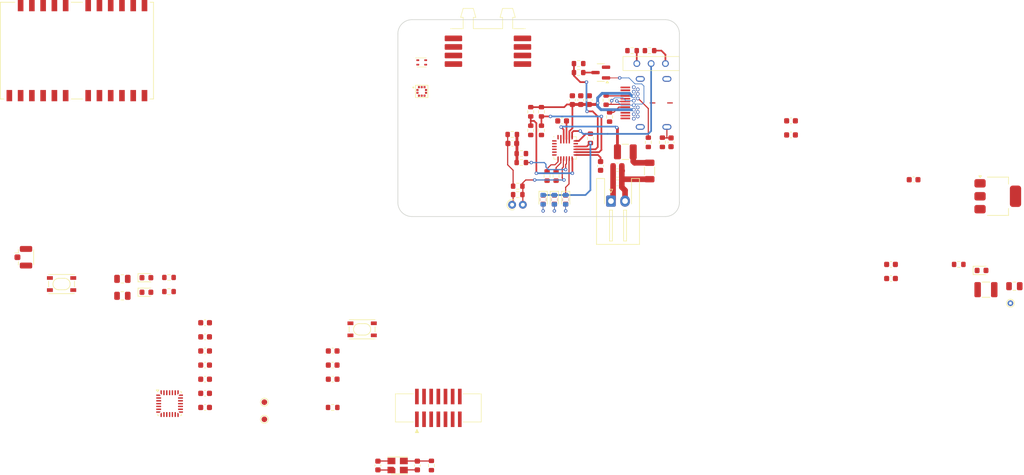
<source format=kicad_pcb>
(kicad_pcb (version 20241229) (generator "pcbnew") (generator_version "9.0")
  (layers (0 "F.Cu" signal) (2 "B.Cu" signal) (13 "F.Paste" user) (15 "B.Paste" user) (5 "F.SilkS" user "F.Silkscreen") (7 "B.SilkS" user "B.Silkscreen") (1 "F.Mask" user) (3 "B.Mask" user) (25 "Edge.Cuts" user))
  (net 0 "")
  (net 1 "GND")
  (net 2 "/connector/USB.VBUS")
  (net 3 "+5V")
  (net 4 "Net-(C5-Pad2)")
  (net 5 "Net-(U1-TMR)")
  (net 6 "/connector/BATT")
  (net 7 "+3V3")
  (net 8 "Net-(J1-SHIELD)")
  (net 9 "/MCU/RCC_OSC_IN")
  (net 10 "Net-(C24-Pad1)")
  (net 11 "/MCU/NRST")
  (net 12 "Net-(D1-K)")
  (net 13 "Net-(D1-A)")
  (net 14 "Net-(D2-K)")
  (net 15 "Net-(D2-A)")
  (net 16 "Net-(D3-A)")
  (net 17 "Net-(D3-K)")
  (net 18 "/connector/USB.D+")
  (net 19 "Net-(J1-CC1)")
  (net 21 "Net-(J1-CC2)")
  (net 22 "/connector/USB.D-")
  (net 24 "/MCU/SYS.SWCLK")
  (net 25 "/MCU/SYS.SWDIO")
  (net 30 "/MCU/USART1.RX")
  (net 31 "/MCU/USART1.TX")
  (net 34 "Net-(J4-In)")
  (net 35 "Net-(U1-SW)")
  (net 36 "Net-(U1-CSP)")
  (net 37 "Net-(Q1-D)")
  (net 38 "Net-(U1-PWIN)")
  (net 39 "Net-(U1-REG)")
  (net 40 "Net-(U1-ILIM)")
  (net 41 "/power/VCCpm")
  (net 42 "Net-(U1-EN)")
  (net 43 "Net-(U1-FB)")
  (net 44 "Net-(U1-OLIM)")
  (net 45 "Net-(U1-ISET)")
  (net 46 "/power/NTC")
  (net 47 "Net-(RLED1-A)")
  (net 48 "/MCU/RCC_OSC_OUT")
  (net 49 "Net-(SW1-A)")
  (net 50 "Net-(RLED2-A)")
  (net 51 "Net-(SW1-C)")
  (net 52 "Net-(YLED1-A)")
  (net 53 "Net-(U7-RX_INDICATE)")
  (net 54 "Net-(U7-TX_INDICATE)")
  (net 55 "/radio/RST")
  (net 56 "/connector/EN_power")
  (net 57 "Net-(U4-VOUT)")
  (net 60 "/MCU/I2C1.SDA")
  (net 61 "/MCU/I2C1.SCL")
  (net 68 "/MCU/USART2.RX")
  (net 70 "/MCU/USART2.RTS")
  (net 71 "/MCU/USART2.CTS")
  (net 75 "/MCU/USART2.TX")
  (net 76 "/MCU/~{DATA_IND}")
  (footprint "Resistor_SMD:R_0603_1608Metric" (layer "F.Cu") (at 132.1 72.8 180)
    (property "Reference" "R8" (hide yes))
    (property "Value" "90.9K" (hide yes))
  )
  (footprint "Resistor_SMD:R_0603_1608Metric" (layer "F.Cu") (at 123.6 81.375 90)
    (property "Reference" "R6" (hide yes))
    (property "Value" "15K" (hide yes))
  )
  (footprint "Capacitor_SMD:C_0603_1608Metric" (layer "F.Cu") (at 103.46 144.261 -90)
    (property "Reference" "C24" (hide yes))
    (property "Value" "13p" (hide yes))
  )
  (footprint "Capacitor_SMD:C_0603_1608Metric" (layer "F.Cu") (at 65.765 123.9)
    (property "Reference" "C21" (hide yes))
    (property "Value" "0.1u" (hide yes))
  )
  (footprint "Capacitor_SMD:C_0603_1608Metric" (layer "F.Cu") (at 88.425 128.92)
    (property "Reference" "C27" (hide yes))
    (property "Value" "0.1u" (hide yes))
  )
  (footprint "MountingHole:MountingHole_2.2mm_M2" (layer "F.Cu") (at 147.5 67.5)
    (property "Reference" "H1" (hide yes))
    (property "Value" "MountingHole" (hide yes))
  )
  (footprint "Resistor_SMD:R_0603_1608Metric" (layer "F.Cu") (at 134.2 86.1 -90)
    (property "Reference" "R7" (hide yes))
    (property "Value" "2.1K" (hide yes))
  )
  (footprint "Capacitor_SMD:C_0603_1608Metric" (layer "F.Cu") (at 65.765 133.94)
    (property "Reference" "C22" (hide yes))
    (property "Value" "0.1u" (hide yes))
  )
  (footprint "Capacitor_SMD:C_0603_1608Metric" (layer "F.Cu") (at 65.765 128.92)
    (property "Reference" "C20" (hide yes))
    (property "Value" "0.1u" (hide yes))
  )
  (footprint "Capacitor_SMD:C_0805_2012Metric" (layer "F.Cu") (at 51.075 111.08)
    (property "Reference" "C28" (hide yes))
    (property "Value" "47u" (hide yes))
  )
  (footprint "Resistor_SMD:R_0603_1608Metric" (layer "F.Cu") (at 120.325 85.4)
    (property "Reference" "R10" (hide yes))
    (property "Value" "31.6K" (hide yes))
  )
  (footprint "Capacitor_SMD:C_0603_1608Metric" (layer "F.Cu") (at 132.4825 79.3 90)
    (property "Reference" "C2" (hide yes))
    (property "Value" "10uF" (hide yes))
  )
  (footprint "TTR:USB_C_Receptacle_WE_632723300011_hand" (layer "F.Cu") (at 151.23 79.8 90)
    (property "Reference" "J1" (hide yes))
    (property "Value" "USB_C_Receptacle_USB2.0_16P" (hide yes))
  )
  (footprint "MountingHole:MountingHole_2.2mm_M2" (layer "F.Cu") (at 102.5 67.5)
    (property "Reference" "H3" (hide yes))
    (property "Value" "MountingHole" (hide yes))
  )
  (footprint "TTR:2511020213301" (layer "F.Cu") (at 104.24 77.75)
    (property "Reference" "U3" (hide yes))
    (property "Value" "2511020213301" (hide yes))
  )
  (footprint "TTR:WE-CFPX-180" (layer "F.Cu") (at 99.96 144.261)
    (property "Reference" "Y1" (hide yes))
    (property "Value" "830108313809" (hide yes))
  )
  (footprint "Connector_JST:JST_XH_S2B-XH-A-1_1x02_P2.50mm_Horizontal" (layer "F.Cu") (at 137.85 97.25)
    (property "Reference" "J3" (hide yes))
    (property "Value" "BATT" (hide yes))
  )
  (footprint "Capacitor_SMD:C_0603_1608Metric" (layer "F.Cu") (at 139 94 180)
    (property "Reference" "C10" (hide yes))
    (property "Value" "10uF" (hide yes))
  )
  (footprint "LED_SMD:LED_0603_1608Metric" (layer "F.Cu") (at 55.345 110.87)
    (property "Reference" "RLED2" (hide yes))
    (property "Value" "RX" (hide yes))
  )
  (footprint "Resistor_THT:R_Axial_DIN0204_L3.6mm_D1.6mm_P1.90mm_Vertical" (layer "F.Cu") (at 120.295 97.9)
    (property "Reference" "TH1" (hide yes))
    (property "Value" "10K" (hide yes))
  )
  (footprint "Capacitor_SMD:C_0805_2012Metric" (layer "F.Cu") (at 51.075 114.09)
    (property "Reference" "C29" (hide yes))
    (property "Value" "47u" (hide yes))
  )
  (footprint "Capacitor_SMD:C_0603_1608Metric" (layer "F.Cu") (at 136 91 -90)
    (property "Reference" "C6" (hide yes))
    (property "Value" "100nF" (hide yes))
  )
  (footprint "TTR:434123025826" (layer "F.Cu") (at 40.275 112)
    (property "Reference" "SW3" (hide yes))
    (property "Value" "434123025826" (hide yes))
  )
  (footprint "Resistor_SMD:R_0603_1608Metric" (layer "F.Cu") (at 121.925 90.4)
    (property "Reference" "R9" (hide yes))
    (property "Value" "0" (hide yes))
  )
  (footprint "Resistor_SMD:R_0603_1608Metric" (layer "F.Cu") (at 144.7 70.5 180)
    (property "Reference" "R25" (hide yes))
    (property "Value" "2.1K" (hide yes))
  )
  (footprint "TestPoint:TestPoint_Pad_D1.0mm" (layer "F.Cu") (at 76.295 133)
    (property "Reference" "TP3" (hide yes))
    (property "Value" "Pressure Vout" (hide yes))
  )
  (footprint "LED_SMD:LED_0603_1608Metric" (layer "F.Cu") (at 129.8 97 -90)
    (property "Reference" "D2" (hide yes))
    (property "Value" "BLED" (hide yes))
  )
  (footprint "Capacitor_SMD:C_0805_2012Metric" (layer "F.Cu") (at 209.495 112.379)
    (property "Reference" "C12" (hide yes))
    (property "Value" "1uF 16V" (hide yes))
  )
  (footprint "Capacitor_SMD:C_0603_1608Metric" (layer "F.Cu") (at 169.825 85.49)
    (property "Reference" "C17" (hide yes))
    (property "Value" "0.1u" (hide yes))
  )
  (footprint "Capacitor_SMD:C_0603_1608Metric" (layer "F.Cu") (at 65.765 131.43)
    (property "Reference" "C19" (hide yes))
    (property "Value" "4.7u" (hide yes))
  )
  (footprint "Capacitor_SMD:C_0603_1608Metric" (layer "F.Cu") (at 191.595 93.449)
    (property "Reference" "C9" (hide yes))
    (property "Value" "22uF" (hide yes))
  )
  (footprint "TTR:switch_450301014042" (layer "F.Cu") (at 144.9825 72.8)
    (property "Reference" "SW1" (hide yes))
    (property "Value" "SW_SPDT" (hide yes))
  )
  (footprint "Resistor_SMD:R_0603_1608Metric" (layer "F.Cu") (at 199.615 108.509)
    (property "Reference" "R20" (hide yes))
    (property "Value" "2.7K" (hide yes))
  )
  (footprint "Package_TO_SOT_SMD:SOT-23" (layer "F.Cu") (at 136.0375 74.4 180)
    (property "Reference" "Q1" (hide yes))
    (property "Value" "2N7002" (hide yes))
  )
  (footprint "Resistor_SMD:R_0603_1608Metric" (layer "F.Cu") (at 123.6 84.675 90)
    (property "Reference" "R3" (hide yes))
    (property "Value" "5.1K" (hide yes))
  )
  (footprint "Capacitor_SMD:C_0603_1608Metric" (layer "F.Cu") (at 148.5125 86.8 -90)
    (property "Reference" "C15" (hide yes))
    (property "Value" "4.7n" (hide yes))
  )
  (footprint "Resistor_SMD:R_0603_1608Metric" (layer "F.Cu") (at 59.355 113.34)
    (property "Reference" "R29" (hide yes))
    (property "Value" "374" (hide yes))
  )
  (footprint "Resistor_SMD:R_0603_1608Metric" (layer "F.Cu") (at 105.96 144.261 -90)
    (property "Reference" "R26" (hide yes))
    (property "Value" "0" (hide yes))
  )
  (footprint "Capacitor_SMD:C_0603_1608Metric" (layer "F.Cu") (at 65.765 121.39)
    (property "Reference" "C18" (hide yes))
    (property "Value" "0.1u" (hide yes))
  )
  (footprint "Capacitor_SMD:C_0603_1608Metric" (layer "F.Cu") (at 88.425 126.41)
    (property "Reference" "C26" (hide yes))
    (property "Value" "4.7u" (hide yes))
  )
  (footprint "Capacitor_SMD:C_0603_1608Metric" (layer "F.Cu") (at 139 92.49 180)
    (property "Reference" "C11" (hide yes))
    (property "Value" "10uF" (hide yes))
  )
  (footprint "TestPoint:TestPoint_Pad_D1.0mm" (layer "F.Cu") (at 76.295 136.05)
    (property "Reference" "TP2" (hide yes))
    (property "Value" "GND" (hide yes))
  )
  (footprint "LED_SMD:LED_0603_1608Metric" (layer "F.Cu") (at 203.665 109.579)
    (property "Reference" "RLED1" (hide yes))
    (property "Value" "3.3V" (hide yes))
  )
  (footprint "Capacitor_SMD:C_1210_3225Metric" (layer "F.Cu") (at 204.445 112.999)
    (property "Reference" "C14" (hide yes))
    (property "Value" "4.7u_50V_we" (hide yes))
  )
  (footprint "TTR:2607011111000" (layer "F.Cu") (at 43 70)
    (property "Reference" "U7" (hide yes))
    (property "Value" "2607011111000" (hide yes))
  )
  (footprint "LED_SMD:LED_0603_1608Metric" (layer "F.Cu") (at 127.8 97 -90)
    (property "Reference" "D3" (hide yes))
    (property "Value" "GLED" (hide yes))
  )
  (footprint "Capacitor_SMD:C_0603_1608Metric" (layer "F.Cu") (at 65.765 118.88)
    (property "Reference" "C16" (hide yes))
    (property "Value" "4.7u" (hide yes))
  )
  (footprint "Resistor_SMD:R_0603_1608Metric" (layer "F.Cu") (at 144.4825 86.8 90)
    (property "Reference" "R22" (hide yes))
    (property "Value" "5.1k" (hide yes))
  )
  (footprint "Resistor_SMD:R_0603_1608Metric" (layer "F.Cu") (at 88.425 133.94)
    (property "Reference" "R27" (hide yes))
    (property "Value" "10k" (hide yes))
  )
  (footprint "Capacitor_SMD:C_0603_1608Metric" (layer "F.Cu") (at 139 91 180)
    (property "Reference" "C13" (hide yes))
    (property "Value" "22uF" (hide yes))
  )
  (footprint "TestPoint:TestPoint_THTPad_D1.0mm_Drill0.5mm" (layer "F.Cu") (at 208.795 115.409)
    (property "Reference" "TP1" (hide yes))
    (property "Value" "TestPoint" (hide yes))
  )
  (footprint "Resistor_SMD:R_0603_1608Metric" (layer "F.Cu") (at 128.1 92.8 -90)
    (property "Reference" "R13" (hide yes))
    (property "Value" "120K" (hide yes))
  )
  (footprint "Resistor_SMD:R_0603_1608Metric" (layer "F.Cu") (at 132.1 74.4 180)
    (property "Reference" "R4" (hide yes))
    (property "Value" "45.3K" (hide yes))
  )
  (footprint "Resistor_SMD:R_0603_1608Metric" (layer "F.Cu") (at 121.295 96.095)
    (property "Reference" "R14" (hide yes))
    (property "Value" "10K" (hide yes))
  )
  (footprint "TTR:2513130810102_hand" (layer "F.Cu") (at 116 70.6 180)
    (property "Reference" "U4" (hide yes))
    (property "Value" "2513130810102" (hide yes))
  )
  (footprint "TTR:MP2637(QFN-24-4x4mm)" (layer "F.Cu") (at 129.7 87.8)
    (property "Reference" "U1" (hide yes))
    (property "Value" "MP2637GR-P" (hide yes))
  )
  (footprint "TTR:62731420621" (layer "F.Cu") (at 107.19 134.02)
    (property "Reference" "J2" (hide yes))
    (property "Value" "LOG_DEBUG" (hide yes))
  )
  (footprint "Package_TO_SOT_SMD:SOT-223-3_TabPin2" (layer "F.Cu") (at 206.545 96.394)
    (property "Reference" "U2" (hide yes))
    (property "Value" "LDL1117S33R" (hide yes))
  )
  (footprint "Capacitor_SMD:C_0603_1608Metric" (layer "F.Cu") (at 169.825 82.98)
    (property "Reference" "C16" (hide yes))
    (property "Value" "1u" (hide yes))
  )
  (footprint "Capacitor_SMD:C_0603_1608Metric" (layer "F.Cu") (at 187.585 111.019)
    (property "Reference" "C8" (hide yes))
    (property "Value" "10uF" (hide yes))
  )
  (footprint "Resistor_SMD:R_0603_1608Metric" (layer "F.Cu") (at 146.9825 86.8 -90)
    (property "Reference" "R21" (hide yes))
    (property "Value" "1M" (hide yes))
  )
  (footprint "Capacitor_SMD:C_0603_1608Metric" (layer "F.Cu") (at 96.46 144.261 90)
    (property "Reference" "C23" (hide yes))
    (property "Value" "13p" (hide yes))
  )
  (footprint "Package_DFN_QFN:QFN-28_4x4mm_P0.5mm" (layer "F.Cu") (at 59.46 133.261)
    (property "Reference" "U6" (hide yes))
    (property "Value" "STM32F042G6Ux" (hide yes))
  )
  (footprint "MountingHole:MountingHole_2.2mm_M2" (layer "F.Cu") (at 147.5 97.5)
    (property "Reference" "H4" (hide yes))
    (property "Value" "MountingHole" (hide yes))
  )
  (footprint "Resistor_SMD:R_0603_1608Metric" (layer "F.Cu") (at 141.6 70.5)
    (property "Reference" "R24" (hide yes))
    (property "Value" "2.1K" (hide yes))
  )
  (footprint "Capacitor_SMD:C_0603_1608Metric" (layer "F.Cu") (at 129.175 83 180)
    (property "Reference" "C4" (hide yes))
    (property "Value" "10uF" (hide yes))
  )
  (footprint "Resistor_SMD:R_0603_1608Metric" (layer "F.Cu") (at 125.5 84.675 90)
    (property "Reference" "R2" (hide yes))
    (property "Value" "5.1K" (hide yes))
  )
  (footprint "Capacitor_SMD:C_0603_1608Metric" (layer "F.Cu") (at 130.9925 79.3 90)
    (property "Reference" "C1" (hide yes))
    (property "Value" "22uF" (hide yes))
  )
  (footprint "LED_SMD:LED_0603_1608Metric" (layer "F.Cu") (at 55.345 113.46)
    (property "Reference" "YLED1" (hide yes))
    (property "Value" "TX" (hide yes))
  )
  (footprint "Capacitor_SMD:C_0603_1608Metric" (layer "F.Cu") (at 120.325 87)
    (property "Reference" "C5" (hide yes))
    (property "Value" "120pF" (hide yes))
  )
  (footprint "Resistor_SMD:R_0603_1608Metric" (layer "F.Cu") (at 136.9825 79.3 90)
    (property "Reference" "R1" (hide yes))
    (property "Value" "5.1K" (hide yes))
  )
  (footprint "Connector_Coaxial:U.FL_Hirose_U.FL-R-SMT-1_Vertical" (layer "F.Cu") (at 33.485 107.236)
    (property "Reference" "J4" (hide yes))
    (property "Value" "RF" (hide yes))
  )
  (footprint "Resistor_SMD:R_0603_1608Metric" (layer "F.Cu") (at 137.6 82.3 90)
    (property "Reference" "R23" (hide yes))
    (property "Value" "5.1k" (hide yes))
  )
  (footprint "TTR:434123025826" (layer "F.Cu") (at 93.655 120.05)
    (property "Reference" "SW2" (hide yes))
    (property "Value" "434123025826" (hide yes))
  )
  (footprint "Capacitor_SMD:C_0603_1608Metric" (layer "F.Cu") (at 133.9925 79.3 90)
    (property "Reference" "C3" (hide yes))
    (property "Value" "10uF" (hide yes))
  )
  (footprint "Inductor_SMD:L_1210_3225Metric" (layer "F.Cu") (at 140.4 88.5)
    (property "Reference" "L1" (hide yes))
    (property "Value" "2.2uH" (hide yes))
  )
  (footprint "Resistor_SMD:R_0603_1608Metric" (layer "F.Cu") (at 121.295 94.6 180)
    (property "Reference" "R16" (hide yes))
    (property "Value" "10K" (hide yes))
  )
  (footprint "MountingHole:MountingHole_2.2mm_M2" (layer "F.Cu") (at 102.5 97.5)
    (property "Reference" "H2" (hide yes))
    (property "Value" "MountingHole" (hide yes))
  )
  (footprint "Resistor_SMD:R_0603_1608Metric" (layer "F.Cu") (at 59.355 110.83)
    (property "Reference" "R28" (hide yes))
    (property "Value" "287" (hide yes))
  )
  (footprint "TTR:2525020210002" (layer "F.Cu") (at 104.24 72.6)
    (property "Reference" "U5" (hide yes))
    (property "Value" "2525020210002" (hide yes))
  )
  (footprint "Resistor_SMD:R_0603_1608Metric" (layer "F.Cu") (at 121.925 88.8)
    (property "Reference" "R11" (hide yes))
    (property "Value" "10K" (hide yes))
  )
  (footprint "Capacitor_SMD:C_0603_1608Metric" (layer "F.Cu") (at 187.585 108.509)
    (property "Reference" "C7" (hide yes))
    (property "Value" "10uF" (hide yes))
  )
  (footprint "Capacitor_SMD:C_0603_1608Metric" (layer "F.Cu") (at 88.425 123.9)
    (property "Reference" "C25" (hide yes))
    (property "Value" "1u" (hide yes))
  )
  (footprint "Resistor_SMD:R_0603_1608Metric" (layer "F.Cu") (at 126.5 92.8 -90)
    (property "Reference" "R12" (hide yes))
    (property "Value" "57.6K" (hide yes))
  )
  (footprint "Resistor_SMD:R_0603_1608Metric" (layer "F.Cu") (at 125.5 81.375 90)
    (property "Reference" "R5" (hide yes))
    (property "Value" "23.7K" (hide yes))
  )
  (footprint "Resistor_SMD:R_1206_3216Metric" (layer "F.Cu") (at 144.7 91.9 -90)
    (property "Reference" "R15" (hide yes))
    (property "Value" "20m" (hide yes))
  )
  (footprint "LED_SMD:LED_0603_1608Metric" (layer "F.Cu") (at 125.8 97 -90)
    (property "Reference" "D1" (hide yes))
    (property "Value" "YLED" (hide yes))
  )
  (footprint "Capacitor_SMD:C_0603_1608Metric" (layer "F.Cu") (at 65.765 126.41)
    (property "Reference" "C17" (hide yes))
    (property "Value" "4.7u" (hide yes))
  )
  (footprint "Resistor_SMD:R_0603_1608Metric" (layer "B.Cu") (at 127.8 97 90)
    (property "Reference" "R19" (hide yes))
    (property "Value" "2.7K" (hide yes))
  )
  (footprint "Resistor_SMD:R_0603_1608Metric" (layer "B.Cu") (at 125.8 97 90)
    (property "Reference" "R17" (hide yes))
    (property "Value" "845" (hide yes))
  )
  (footprint "Resistor_SMD:R_0603_1608Metric" (layer "B.Cu") (at 129.8 97 90)
    (property "Reference" "R18" (hide yes))
    (property "Value" "1.2K" (hide yes))
  )
  (gr_arc (start 102.5 100) (mid 100.732233 99.267767) (end 100 97.5) (stroke (width 0.12)) (layer "Edge.Cuts"))
  (gr_line (start 100 67.5) (end 100 97.5) (stroke (width 0.12)) (layer "Edge.Cuts"))
  (gr_arc (start 150 97.5) (mid 149.267767 99.267767) (end 147.5 100) (stroke (width 0.12)) (layer "Edge.Cuts"))
  (gr_line (start 150 97.5) (end 150 67.5) (stroke (width 0.12)) (layer "Edge.Cuts"))
  (gr_line (start 102.5 100) (end 147.5 100) (stroke (width 0.12)) (layer "Edge.Cuts"))
  (gr_arc (start 100 67.5) (mid 100.732233 65.732233) (end 102.5 65) (stroke (width 0.12)) (layer "Edge.Cuts"))
  (gr_line (start 147.5 65) (end 102.5 65) (stroke (width 0.12)) (layer "Edge.Cuts"))
  (gr_arc (start 147.5 65) (mid 149.267767 65.732233) (end 150 67.5) (stroke (width 0.12)) (layer "Edge.Cuts"))
  (segment (start 96.485 143.461) (end 96.46 143.486) (width 0.2) (layer "F.Cu") (net 1))
  (segment (start 98.86 143.461) (end 96.485 143.461) (width 0.2) (layer "F.Cu") (net 1))
  (segment (start 138.225 96.875) (end 137.85 97.25) (width 1) (layer "F.Cu") (net 1))
  (segment (start 120.47 97.725) (end 120.295 97.9) (width 0.2) (layer "F.Cu") (net 1))
  (segment (start 138.225 91) (end 138.225 96.875) (width 1) (layer "F.Cu") (net 1))
  (segment (start 101.085 145.036) (end 101.06 145.061) (width 0.2) (layer "F.Cu") (net 1))
  (segment (start 120.47 96.095) (end 120.47 97.725) (width 0.2) (layer "F.Cu") (net 1))
  (segment (start 103.46 145.036) (end 101.085 145.036) (width 0.2) (layer "F.Cu") (net 1))
  (segment (start 131 84.299) (end 131 80.0825) (width 0.3) (layer "F.Cu") (net 2))
  (segment (start 123.6 80.55) (end 129.55 80.55) (width 0.3) (layer "F.Cu") (net 2))
  (segment (start 141.85 81.05) (end 140.4 81.05) (width 0.2) (layer "F.Cu") (net 2))
  (segment (start 140.4 78.55) (end 141.85 78.55) (width 0.2) (layer "F.Cu") (net 2))
  (segment (start 141.9 81) (end 141.85 81.05) (width 0.2) (layer "F.Cu") (net 2))
  (segment (start 130.025 80.075) (end 130.9925 80.075) (width 0.3) (layer "F.Cu") (net 2))
  (segment (start 131 80.0825) (end 130.9925 80.075) (width 0.3) (layer "F.Cu") (net 2))
  (segment (start 129.55 80.55) (end 130.025 80.075) (width 0.3) (layer "F.Cu") (net 2))
  (segment (start 132.75 80.3425) (end 132.4825 80.075) (width 0.3) (layer "F.Cu") (net 2))
  (segment (start 130.45 84.84148) (end 130.992479 84.299) (width 0.3) (layer "F.Cu") (net 2))
  (segment (start 130.992479 84.299) (end 131 84.299) (width 0.3) (layer "F.Cu") (net 2))
  (segment (start 135.2075 80.075) (end 135.4825 79.8) (width 0.5) (layer "F.Cu") (net 2))
  (segment (start 130.45 86.25) (end 130.45 84.84148) (width 0.3) (layer "F.Cu") (net 2))
  (segment (start 141.85 78.55) (end 141.9 78.6) (width 0.2) (layer "F.Cu") (net 2))
  (segment (start 137.0575 78.55) (end 136.9825 78.475) (width 0.2) (layer "F.Cu") (net 2))
  (segment (start 140.4 78.55) (end 137.0575 78.55) (width 0.2) (layer "F.Cu") (net 2))
  (segment (start 136.9825 78.475) (end 136.6575 78.475) (width 0.2) (layer "F.Cu") (net 2))
  (segment (start 130.9925 80.075) (end 135.2075 80.075) (width 0.5) (layer "F.Cu") (net 2))
  (via (at 135.4825 79.8) (size 0.6) (drill 0.3) (layers "F.Cu" "B.Cu") (net 2))
  (segment (start 141.124 78.12143) (end 141.124 78.1) (width 0.5) (layer "B.Cu") (net 2))
  (segment (start 135.4825 78.9) (end 135.4825 79.8) (width 0.5) (layer "B.Cu") (net 2))
  (segment (start 141.57857 78.576) (end 141.124 78.12143) (width 0.5) (layer "B.Cu") (net 2))
  (segment (start 136.0825 81) (end 135.4825 80.4) (width 0.5) (layer "B.Cu") (net 2))
  (segment (start 136.2825 78.1) (end 135.4825 78.9) (width 0.5) (layer "B.Cu") (net 2))
  (segment (start 141.9 81) (end 136.0825 81) (width 0.5) (layer "B.Cu") (net 2))
  (segment (start 141.9 78.6) (end 141.876 78.576) (width 0.5) (layer "B.Cu") (net 2))
  (segment (start 141.876 78.576) (end 141.57857 78.576) (width 0.5) (layer "B.Cu") (net 2))
  (segment (start 135.4825 80.4) (end 135.4825 79.8) (width 0.5) (layer "B.Cu") (net 2))
  (segment (start 141.124 78.1) (end 136.2825 78.1) (width 0.5) (layer "B.Cu") (net 2))
  (segment (start 120.47 94.6) (end 120.47 91.77) (width 0.2) (layer "F.Cu") (net 3))
  (segment (start 129.95 86.25) (end 129.95 83) (width 0.3) (layer "F.Cu") (net 3))
  (segment (start 120.47 91.77) (end 119.5 90.8) (width 0.2) (layer "F.Cu") (net 3))
  (segment (start 119.5 90.8) (end 119.5 85.4) (width 0.2) (layer "F.Cu") (net 3))
  (segment (start 121.15 90.35) (end 121.1 90.4) (width 0.5) (layer "F.Cu") (net 4))
  (segment (start 121.15 85.4) (end 121.15 90.35) (width 0.5) (layer "F.Cu") (net 4))
  (segment (start 135.55 89.05) (end 131.6 89.05) (width 0.3) (layer "F.Cu") (net 5))
  (segment (start 136 90.225) (end 136 89.5) (width 0.3) (layer "F.Cu") (net 5))
  (segment (start 136 89.5) (end 135.55 89.05) (width 0.3) (layer "F.Cu") (net 5))
  (segment (start 139.775 93.3) (end 139.775 94.775) (width 1) (layer "F.Cu") (net 6))
  (segment (start 140.35 95.35) (end 140.35 97.25) (width 1) (layer "F.Cu") (net 6))
  (segment (start 139.775 94.775) (end 140.35 95.35) (width 1) (layer "F.Cu") (net 6))
  (segment (start 144.7 93.3625) (end 139.8375 93.3625) (width 1) (layer "F.Cu") (net 6))
  (segment (start 139.775 91) (end 139.775 91.8) (width 1) (layer "F.Cu") (net 6))
  (segment (start 139.8375 93.3625) (end 139.775 93.3) (width 1) (layer "F.Cu") (net 6))
  (segment (start 139.8375 91.8625) (end 139.775 91.8) (width 1) (layer "F.Cu") (net 6))
  (segment (start 139.775 91.8) (end 139.775 93.3) (width 1) (layer "F.Cu") (net 6))
  (segment (start 147.78 84.07) (end 147.78 86.0225) (width 0.2) (layer "F.Cu") (net 8))
  (segment (start 147.7825 86.025) (end 147.0325 86.025) (width 0.2) (layer "F.Cu") (net 8))
  (segment (start 147.0325 86.025) (end 146.9825 85.975) (width 0.2) (layer "F.Cu") (net 8))
  (segment (start 147.78 86.0225) (end 147.7825 86.025) (width 0.2) (layer "F.Cu") (net 8))
  (segment (start 148.5125 86.025) (end 147.7825 86.025) (width 0.2) (layer "F.Cu") (net 8))
  (segment (start 98.86 145.061) (end 96.485 145.061) (width 0.2) (layer "F.Cu") (net 9))
  (segment (start 96.485 145.061) (end 96.46 145.036) (width 0.2) (layer "F.Cu") (net 9))
  (segment (start 101.06 143.461) (end 105.935 143.461) (width 0.2) (layer "F.Cu") (net 10))
  (segment (start 105.935 143.461) (end 105.96 143.436) (width 0.2) (layer "F.Cu") (net 10))
  (segment (start 125.8 97.7875) (end 125.8 99) (width 0.127) (layer "F.Cu") (net 13))
  (via (at 125.8 99) (size 0.6) (drill 0.3) (layers "F.Cu" "B.Cu") (net 13))
  (segment (start 125.8 99) (end 125.8 97.825) (width 0.127) (layer "B.Cu") (net 13))
  (segment (start 129.8 94.8) (end 129.8 96.2125) (width 0.2) (layer "F.Cu") (net 14))
  (segment (start 130.399 94.201) (end 129.8 94.8) (width 0.2) (layer "F.Cu") (net 14))
  (segment (start 130.45 89.7) (end 130.399 89.751) (width 0.2) (layer "F.Cu") (net 14))
  (segment (start 130.399 89.751) (end 130.399 94.201) (width 0.2) (layer "F.Cu") (net 14))
  (segment (start 129.8 97.7875) (end 129.8 99) (width 0.127) (layer "F.Cu") (net 15))
  (via (at 129.8 99) (size 0.6) (drill 0.3) (layers "F.Cu" "B.Cu") (net 15))
  (segment (start 129.8 99) (end 129.8 97.825) (width 0.127) (layer "B.Cu") (net 15))
  (segment (start 127.8 97.7875) (end 127.8 99) (width 0.127) (layer "F.Cu") (net 16))
  (via (at 127.8 99) (size 0.6) (drill 0.3) (layers "F.Cu" "B.Cu") (net 16))
  (segment (start 127.8 99) (end 127.8 97.825) (width 0.127) (layer "B.Cu") (net 16))
  (segment (start 137.0575 80.05) (end 137.8825 80.05) (width 0.2) (layer "F.Cu") (net 18))
  (segment (start 136.9825 80.125) (end 137.0575 80.05) (width 0.2) (layer "F.Cu") (net 18))
  (segment (start 137.8825 79.5) (end 137.8825 80.05) (width 0.127) (layer "F.Cu") (net 18))
  (segment (start 137.9825 79.4) (end 137.8825 79.5) (width 0.127) (layer "F.Cu") (net 18))
  (segment (start 137.8825 80.05) (end 140.4 80.05) (width 0.2) (layer "F.Cu") (net 18))
  (via (at 137.9825 79.4) (size 0.6) (drill 0.3) (layers "F.Cu" "B.Cu") (net 18))
  (segment (start 139.968 78.8855) (end 138.497 78.8855) (width 0.127) (layer "B.Cu") (net 18))
  (segment (start 141.9 79.4) (end 140.4825 79.4) (width 0.127) (layer "B.Cu") (net 18))
  (segment (start 138.497 78.8855) (end 137.9825 79.4) (width 0.127) (layer "B.Cu") (net 18))
  (segment (start 140.4825 79.4) (end 139.968 78.8855) (width 0.127) (layer "B.Cu") (net 18))
  (segment (start 140.4 80.55) (end 139.25 80.55) (width 0.2) (layer "F.Cu") (net 19))
  (segment (start 138.325 81.475) (end 137.8075 81.475) (width 0.2) (layer "F.Cu") (net 19))
  (segment (start 139.25 80.55) (end 138.325 81.475) (width 0.2) (layer "F.Cu") (net 19))
  (segment (start 144.4825 80.8) (end 142.6825 79) (width 0.2) (layer "F.Cu") (net 21))
  (segment (start 142.6825 79) (end 142.6 79) (width 0.2) (layer "F.Cu") (net 21))
  (segment (start 144.4825 85.975) (end 144.4825 80.8) (width 0.2) (layer "F.Cu") (net 21))
  (segment (start 139.4 75.35) (end 136.975 75.35) (width 0.127) (layer "F.Cu") (net 22))
  (segment (start 138.9825 79.55) (end 140.4 79.55) (width 0.127) (layer "F.Cu") (net 22))
  (segment (start 138.8825 79.45) (end 138.9825 79.55) (width 0.127) (layer "F.Cu") (net 22))
  (via (at 139.4 75.35) (size 0.6) (drill 0.3) (layers "F.Cu" "B.Cu") (net 22))
  (via (at 138.8825 79.45) (size 0.6) (drill 0.3) (layers "F.Cu" "B.Cu") (net 22))
  (segment (start 142.1105 76.4105) (end 143.3105 76.4105) (width 0.127) (layer "B.Cu") (net 22))
  (segment (start 143.7 76.8) (end 143.7 79.7) (width 0.127) (layer "B.Cu") (net 22))
  (segment (start 138.8825 79.45) (end 139.6325 80.2) (width 0.127) (layer "B.Cu") (net 22))
  (segment (start 143.7 79.7) (end 143.3895 80.0105) (width 0.127) (layer "B.Cu") (net 22))
  (segment (start 143.3895 80.0105) (end 142.0895 80.0105) (width 0.127) (layer "B.Cu") (net 22))
  (segment (start 142.0895 80.0105) (end 141.9 80.2) (width 0.127) (layer "B.Cu") (net 22))
  (segment (start 143.3105 76.4105) (end 143.7 76.8) (width 0.127) (layer "B.Cu") (net 22))
  (segment (start 139.6325 80.2) (end 141.9 80.2) (width 0.127) (layer "B.Cu") (net 22))
  (segment (start 139.4 75.35) (end 141.05 75.35) (width 0.127) (layer "B.Cu") (net 22))
  (segment (start 141.05 75.35) (end 142.1105 76.4105) (width 0.127) (layer "B.Cu") (net 22))
  (segment (start 129 84.1) (end 129.45 84.55) (width 0.3) (layer "F.Cu") (net 35))
  (segment (start 139 84.3) (end 138.87462 84.17462) (width 0.5) (layer "F.Cu") (net 35))
  (segment (start 129.45 84.55) (end 129.45 86.25) (width 0.3) (layer "F.Cu") (net 35))
  (segment (start 139 88.5) (end 139 84.3) (width 0.5) (layer "F.Cu") (net 35))
  (via (at 138.87462 84.17462) (size 0.6) (drill 0.3) (layers "F.Cu" "B.Cu") (net 35))
  (via (at 129 84.1) (size 0.6) (drill 0.3) (layers "F.Cu" "B.Cu") (net 35))
  (segment (start 138.87462 84.17462) (end 138.7 84) (width 0.3) (layer "B.Cu") (net 35))
  (segment (start 129.1 84) (end 129 84.1) (width 0.3) (layer "B.Cu") (net 35))
  (segment (start 138.7 84) (end 129.1 84) (width 0.3) (layer "B.Cu") (net 35))
  (segment (start 144.7 90.4375) (end 142.0375 90.4375) (width 1) (layer "F.Cu") (net 36))
  (segment (start 142.0375 90.4375) (end 141.8 90.2) (width 1) (layer "F.Cu") (net 36))
  (segment (start 141.8 90.2) (end 141.8 88.5) (width 1) (layer "F.Cu") (net 36))
  (segment (start 135.1 74.4) (end 132.925 74.4) (width 0.3) (layer "F.Cu") (net 37))
  (segment (start 125.5 82.2) (end 125.5 83.85) (width 0.3) (layer "F.Cu") (net 38))
  (segment (start 127.1 82.2) (end 125.5 82.2) (width 0.3) (layer "F.Cu") (net 38))
  (segment (start 136.15 88.15) (end 135.75 88.55) (width 0.3) (layer "F.Cu") (net 38))
  (segment (start 135.75 88.55) (end 131.6 88.55) (width 0.3) (layer "F.Cu") (net 38))
  (segment (start 136.15 82.2) (end 136.15 88.15) (width 0.3) (layer "F.Cu") (net 38))
  (via (at 136.15 82.2) (size 0.6) (drill 0.3) (layers "F.Cu" "B.Cu") (net 38))
  (via (at 127.1 82.2) (size 0.6) (drill 0.3) (layers "F.Cu" "B.Cu") (net 38))
  (segment (start 127.1 82.2) (end 136.15 82.2) (width 0.3) (layer "B.Cu") (net 38))
  (segment (start 124.6 83.4) (end 124.2 83) (width 0.3) (layer "F.Cu") (net 39))
  (segment (start 124.2 83) (end 123.6 83) (width 0.3) (layer "F.Cu") (net 39))
  (segment (start 124.6 92.3) (end 124.6 83.4) (width 0.3) (layer "F.Cu") (net 39))
  (segment (start 131 92.3) (end 131 89.75) (width 0.3) (layer "F.Cu") (net 39))
  (segment (start 123.6 82.2) (end 123.6 83) (width 0.3) (layer "F.Cu") (net 39))
  (segment (start 131 89.75) (end 130.95 89.7) (width 0.3) (layer "F.Cu") (net 39))
  (segment (start 123.6 83) (end 123.6 83.85) (width 0.3) (layer "F.Cu") (net 39))
  (via (at 131 92.3) (size 0.6) (drill 0.3) (layers "F.Cu" "B.Cu") (net 39))
  (via (at 124.6 92.3) (size 0.6) (drill 0.3) (layers "F.Cu" "B.Cu") (net 39))
  (segment (start 124.6 92.3) (end 131 92.3) (width 0.3) (layer "B.Cu") (net 39))
  (segment (start 135.1 88.05) (end 131.6 88.05) (width 0.3) (layer "F.Cu") (net 40))
  (segment (start 134.6 81.3) (end 135.5 82.2) (width 0.3) (layer "F.Cu") (net 40))
  (segment (start 133.6 81.3) (end 134.6 81.3) (width 0.3) (layer "F.Cu") (net 40))
  (segment (start 135.5 82.2) (end 135.5 87.65) (width 0.3) (layer "F.Cu") (net 40))
  (segment (start 135.5 87.65) (end 135.1 88.05) (width 0.3) (layer "F.Cu") (net 40))
  (segment (start 131.275 74.4) (end 131.275 74.975) (width 0.3) (layer "F.Cu") (net 40))
  (segment (start 131.275 72.8) (end 131.275 74.4) (width 0.3) (layer "F.Cu") (net 40))
  (segment (start 131.275 74.975) (end 131.8 75.5) (width 0.3) (layer "F.Cu") (net 40))
  (segment (start 132.4 76.1) (end 133.5 76.1) (width 0.3) (layer "F.Cu") (net 40))
  (segment (start 131.8 75.5) (end 132.4 76.1) (width 0.3) (layer "F.Cu") (net 40))
  (via (at 133.6 81.3) (size 0.6) (drill 0.3) (layers "F.Cu" "B.Cu") (net 40))
  (via (at 133.5 76.1) (size 0.6) (drill 0.3) (layers "F.Cu" "B.Cu") (net 40))
  (segment (start 133.5 76.1) (end 133.5 81.2) (width 0.3) (layer "B.Cu") (net 40))
  (segment (start 133.5 81.2) (end 133.6 81.3) (width 0.3) (layer "B.Cu") (net 40))
  (segment (start 131.6 87.55) (end 133.55 87.55) (width 0.3) (layer "F.Cu") (net 41))
  (segment (start 134.175 86.925) (end 134.2 86.925) (width 0.3) (layer "F.Cu") (net 41))
  (segment (start 133.55 87.55) (end 134.175 86.925) (width 0.3) (layer "F.Cu") (net 41))
  (via (at 134.2 86.925) (size 0.6) (drill 0.3) (layers "F.Cu" "B.Cu") (net 41))
  (segment (start 134.2 95.3) (end 134.2 86.925) (width 0.3) (layer "B.Cu") (net 41))
  (segment (start 133.325 96.175) (end 134.2 95.3) (width 0.3) (layer "B.Cu") (net 41))
  (segment (start 129.8 96.175) (end 133.325 96.175) (width 0.3) (layer "B.Cu") (net 41))
  (segment (start 125.8 96.175) (end 129.8 96.175) (width 0.3) (layer "B.Cu") (net 41))
  (segment (start 132.15 86.55) (end 133.425 85.275) (width 0.3) (layer "F.Cu") (net 42))
  (segment (start 131.6 86.55) (end 132.15 86.55) (width 0.3) (layer "F.Cu") (net 42))
  (segment (start 133.425 85.275) (end 134.2 85.275) (width 0.3) (layer "F.Cu") (net 42))
  (segment (start 129.799 90.75) (end 129.95 90.599) (width 0.2) (layer "F.Cu") (net 43))
  (segment (start 129.799 91.65) (end 129.799 90.75) (width 0.2) (layer "F.Cu") (net 43))
  (segment (start 129.95 90.599) (end 129.95 89.7) (width 0.2) (layer "F.Cu") (net 43))
  (segment (start 122.75 90.4) (end 123.7 90.4) (width 0.2) (layer "F.Cu") (net 43))
  (via (at 123.7 90.4) (size 0.6) (drill 0.3) (layers "F.Cu" "B.Cu") (net 43))
  (via (at 129.799 91.65) (size 0.6) (drill 0.3) (layers "F.Cu" "B.Cu") (net 43))
  (segment (start 126.3 90.7) (end 126 90.4) (width 0.2) (layer "B.Cu") (net 43))
  (segment (start 126.3 91.2) (end 126.3 90.7) (width 0.2) (layer "B.Cu") (net 43))
  (segment (start 126.75 91.65) (end 126.3 91.2) (width 0.2) (layer "B.Cu") (net 43))
  (segment (start 129.799 91.65) (end 126.75 91.65) (width 0.2) (layer "B.Cu") (net 43))
  (segment (start 126 90.4) (end 123.7 90.4) (width 0.2) (layer "B.Cu") (net 43))
  (segment (start 128.45 89.7) (end 128.45 90.25) (width 0.2) (layer "F.Cu") (net 44))
  (segment (start 127.2 90.8) (end 126.5 91.5) (width 0.2) (layer "F.Cu") (net 44))
  (segment (start 127.9 90.8) (end 127.2 90.8) (width 0.2) (layer "F.Cu") (net 44))
  (segment (start 128.45 90.25) (end 127.9 90.8) (width 0.2) (layer "F.Cu") (net 44))
  (segment (start 126.5 91.5) (end 126.5 91.975) (width 0.2) (layer "F.Cu") (net 44))
  (segment (start 128.1 91.3) (end 128.95 90.45) (width 0.2) (layer "F.Cu") (net 45))
  (segment (start 128.95 90.45) (end 128.95 89.7) (width 0.2) (layer "F.Cu") (net 45))
  (segment (start 128.1 91.975) (end 128.1 91.3) (width 0.2) (layer "F.Cu") (net 45))
  (segment (start 122.7 93.5) (end 122.12 94.08) (width 0.2) (layer "F.Cu") (net 46))
  (segment (start 122.195 94.27) (end 122.12 94.195) (width 0.2) (layer "F.Cu") (net 46))
  (segment (start 129.2 93) (end 129.2 93.2) (width 0.2) (layer "F.Cu") (net 46))
  (segment (start 129.2 93.2) (end 129.5 93.5) (width 0.2) (layer "F.Cu") (net 46))
  (segment (start 129.398 91.201057) (end 129.198 91.401057) (width 0.2) (layer "F.Cu") (net 46))
  (segment (start 129.198 92.998) (end 129.2 93) (width 0.2) (layer "F.Cu") (net 46))
  (segment (start 129.45 89.7) (end 129.398 89.752) (width 0.2) (layer "F.Cu") (net 46))
  (segment (start 129.398 89.752) (end 129.398 91.201057) (width 0.2) (layer "F.Cu") (net 46))
  (segment (start 129.198 91.401057) (end 129.198 92.998) (width 0.2) (layer "F.Cu") (net 46))
  (segment (start 122.12 94.08) (end 122.12 94.195) (width 0.2) (layer "F.Cu") (net 46))
  (segment (start 122.195 97.9) (end 122.195 94.27) (width 0.2) (layer "F.Cu") (net 46))
  (segment (start 124.3 93.5) (end 122.7 93.5) (width 0.2) (layer "F.Cu") (net 46))
  (via (at 129.5 93.5) (size 0.6) (drill 0.3) (layers "F.Cu" "B.Cu") (net 46))
  (via (at 124.3 93.5) (size 0.6) (drill 0.3) (layers "F.Cu" "B.Cu") (net 46))
  (segment (start 129.5 93.5) (end 124.3 93.5) (width 0.2) (layer "B.Cu") (net 46))
  (segment (start 142.425 72.7825) (end 142.4425 72.8) (width 0.3) (layer "F.Cu") (net 49))
  (segment (start 142.425 70.5) (end 142.425 72.7825) (width 0.3) (layer "F.Cu") (net 49))
  (segment (start 146.8 70.5) (end 147.5225 71.2225) (width 0.3) (layer "F.Cu") (net 51))
  (segment (start 145.525 70.5) (end 146.8 70.5) (width 0.3) (layer "F.Cu") (net 51))
  (segment (start 147.5225 71.2225) (end 147.5225 72.8) (width 0.3) (layer "F.Cu") (net 51))
  (segment (start 130.951 85.899) (end 130.95 85.9) (width 0.3) (layer "F.Cu") (net 56))
  (segment (start 132.4 84.8) (end 131.2 84.8) (width 0.3) (layer "F.Cu") (net 56))
  (segment (start 130.951 85.049) (end 130.951 85.899) (width 0.3) (layer "F.Cu") (net 56))
  (segment (start 131.2 84.8) (end 130.951 85.049) (width 0.3) (layer "F.Cu") (net 56))
  (via (at 132.4 84.8) (size 0.6) (drill 0.3) (layers "F.Cu" "B.Cu") (net 56))
  (segment (start 137.25 85.3) (end 132.9 85.3) (width 0.3) (layer "B.Cu") (net 56))
  (segment (start 137.25 85.3) (end 144.4825 85.3) (width 0.3) (layer "B.Cu") (net 56))
  (segment (start 132.9 85.3) (end 132.4 84.8) (width 0.3) (layer "B.Cu") (net 56))
  (segment (start 144.9825 84.8) (end 144.9825 72.8) (width 0.3) (layer "B.Cu") (net 56))
  (segment (start 144.4825 85.3) (end 144.9825 84.8) (width 0.3) (layer "B.Cu") (net 56))
)
</source>
